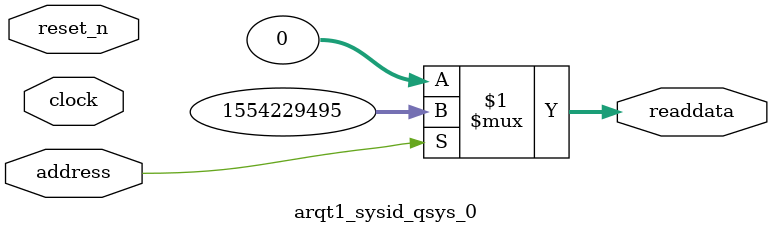
<source format=v>

`timescale 1ns / 1ps
// synthesis translate_on

// turn off superfluous verilog processor warnings 
// altera message_level Level1 
// altera message_off 10034 10035 10036 10037 10230 10240 10030 

module arqt1_sysid_qsys_0 (
               // inputs:
                address,
                clock,
                reset_n,

               // outputs:
                readdata
             )
;

  output  [ 31: 0] readdata;
  input            address;
  input            clock;
  input            reset_n;

  wire    [ 31: 0] readdata;
  //control_slave, which is an e_avalon_slave
  assign readdata = address ? 1554229495 : 0;

endmodule




</source>
